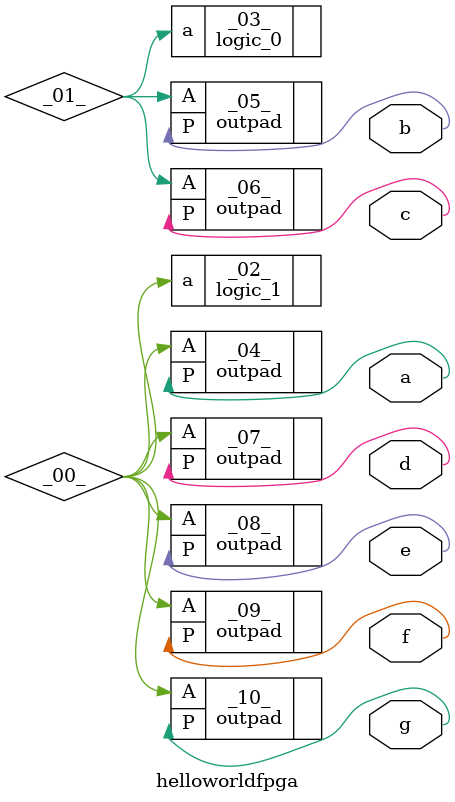
<source format=v>
/* Generated by Yosys 0.9+2406 (git sha1 9ac3484, x86_64-conda_cos6-linux-gnu-gcc 1.24.0.133_b0863d8_dirty -fvisibility-inlines-hidden -fmessage-length=0 -march=nocona -mtune=haswell -ftree-vectorize -fPIC -fstack-protector-strong -fno-plt -O2 -ffunction-sections -fdebug-prefix-map=/root/anaconda3/conda-bld/yosys_1607410735049/work=/usr/local/src/conda/yosys-0.8.0_0003_e80fb742f_20201208_122808 -fdebug-prefix-map=/home/rahul/qorc-sdk/fpga_toolchain_install/v1.3.1/conda=/usr/local/src/conda-prefix -fPIC -Os) */

(* top =  1  *)
(* src = "/home/rahul/qorc-sdk/qorc-testapps/qf_helloworldfpga/codes/static/sevenseg.v:8.1-26.10" *)
module helloworldfpga(a, b, c, d, e, f, g);
  wire _00_;
  wire _01_;
  (* src = "/home/rahul/qorc-sdk/qorc-testapps/qf_helloworldfpga/codes/static/sevenseg.v:9.25-9.26" *)
  output a;
  (* src = "/home/rahul/qorc-sdk/qorc-testapps/qf_helloworldfpga/codes/static/sevenseg.v:10.25-10.26" *)
  output b;
  (* src = "/home/rahul/qorc-sdk/qorc-testapps/qf_helloworldfpga/codes/static/sevenseg.v:11.25-11.26" *)
  output c;
  (* src = "/home/rahul/qorc-sdk/qorc-testapps/qf_helloworldfpga/codes/static/sevenseg.v:12.21-12.22" *)
  output d;
  (* src = "/home/rahul/qorc-sdk/qorc-testapps/qf_helloworldfpga/codes/static/sevenseg.v:13.23-13.24" *)
  output e;
  (* src = "/home/rahul/qorc-sdk/qorc-testapps/qf_helloworldfpga/codes/static/sevenseg.v:14.22-14.23" *)
  output f;
  (* src = "/home/rahul/qorc-sdk/qorc-testapps/qf_helloworldfpga/codes/static/sevenseg.v:15.23-15.24" *)
  output g;
  logic_1 _02_ (
    .a(_00_)
  );
  logic_0 _03_ (
    .a(_01_)
  );
  (* keep = 32'd1 *)
  outpad #(
    .IO_LOC("X12Y3"),
    .IO_PAD("3"),
    .IO_TYPE("BIDIR")
  ) _04_ (
    .A(_00_),
    .P(a)
  );
  (* keep = 32'd1 *)
  outpad #(
    .IO_LOC("X14Y3"),
    .IO_PAD("64"),
    .IO_TYPE("BIDIR")
  ) _05_ (
    .A(_01_),
    .P(b)
  );
  (* keep = 32'd1 *)
  outpad #(
    .IO_LOC("X16Y3"),
    .IO_PAD("62"),
    .IO_TYPE("BIDIR")
  ) _06_ (
    .A(_01_),
    .P(c)
  );
  (* keep = 32'd1 *)
  outpad #(
    .IO_LOC("X18Y3"),
    .IO_PAD("63"),
    .IO_TYPE("BIDIR")
  ) _07_ (
    .A(_00_),
    .P(d)
  );
  (* keep = 32'd1 *)
  outpad #(
    .IO_LOC("X20Y3"),
    .IO_PAD("61"),
    .IO_TYPE("BIDIR")
  ) _08_ (
    .A(_00_),
    .P(e)
  );
  (* keep = 32'd1 *)
  outpad #(
    .IO_LOC("X24Y3"),
    .IO_PAD("59"),
    .IO_TYPE("BIDIR")
  ) _09_ (
    .A(_00_),
    .P(f)
  );
  (* keep = 32'd1 *)
  outpad #(
    .IO_LOC("X26Y3"),
    .IO_PAD("57"),
    .IO_TYPE("BIDIR")
  ) _10_ (
    .A(_00_),
    .P(g)
  );
endmodule

</source>
